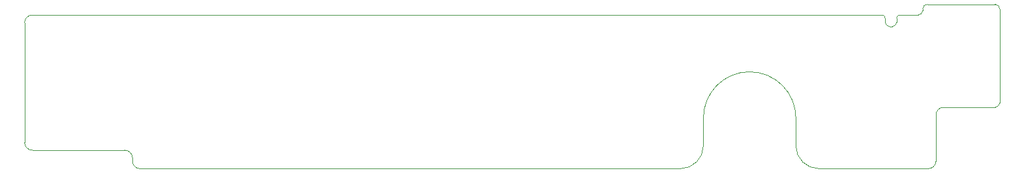
<source format=gm1>
G04 #@! TF.GenerationSoftware,KiCad,Pcbnew,8.0.3*
G04 #@! TF.CreationDate,2024-08-28T21:52:25+01:00*
G04 #@! TF.ProjectId,Seeed,53656565-642e-46b6-9963-61645f706362,rev?*
G04 #@! TF.SameCoordinates,Original*
G04 #@! TF.FileFunction,Profile,NP*
%FSLAX46Y46*%
G04 Gerber Fmt 4.6, Leading zero omitted, Abs format (unit mm)*
G04 Created by KiCad (PCBNEW 8.0.3) date 2024-08-28 21:52:25*
%MOMM*%
%LPD*%
G01*
G04 APERTURE LIST*
G04 #@! TA.AperFunction,Profile*
%ADD10C,0.050000*%
G04 #@! TD*
G04 APERTURE END LIST*
D10*
X121000000Y-116713000D02*
G75*
G02*
X120000000Y-115713000I0J1000000D01*
G01*
X119000000Y-114300000D02*
G75*
G02*
X120000000Y-115300000I0J-1000000D01*
G01*
X120000000Y-115713000D02*
X120000000Y-115300000D01*
X194120000Y-113713000D02*
G75*
G02*
X191120000Y-116713000I-3000000J0D01*
G01*
X209120000Y-116713000D02*
G75*
G02*
X206120000Y-113713000I0J3000000D01*
G01*
X224310000Y-115713000D02*
G75*
G02*
X223310000Y-116713000I-1000000J0D01*
G01*
X224310000Y-109720000D02*
G75*
G02*
X225310000Y-108720000I1000000J0D01*
G01*
X200120000Y-104100000D02*
G75*
G02*
X206120000Y-110100000I0J-6000000D01*
G01*
X194120000Y-110100000D02*
G75*
G02*
X200120000Y-104100000I6000000J0D01*
G01*
X223310000Y-116713000D02*
X209120000Y-116713000D01*
X224310000Y-109720000D02*
X224310000Y-115713000D01*
X206120000Y-110100000D02*
X206120000Y-113713000D01*
X194120000Y-110100000D02*
X194120000Y-113713000D01*
X222587800Y-95913000D02*
G75*
G02*
X223187800Y-95313000I600000J0D01*
G01*
X219610432Y-96710432D02*
X221987800Y-96713000D01*
X121000000Y-116713000D02*
X191120000Y-116713000D01*
X231987800Y-108720000D02*
X225310000Y-108720000D01*
X106000000Y-113300000D02*
X106000000Y-97713000D01*
X218310000Y-98210000D02*
X218610000Y-98210000D01*
X178800000Y-96713000D02*
X217309969Y-96710031D01*
X106000000Y-97713000D02*
G75*
G02*
X107000000Y-96713000I1000000J0D01*
G01*
X219210000Y-97610000D02*
G75*
G02*
X218610000Y-98210000I-600000J0D01*
G01*
X218310000Y-98210000D02*
G75*
G02*
X217710000Y-97610000I0J600000D01*
G01*
X222587800Y-96113000D02*
X222587800Y-95913000D01*
X219210000Y-97610000D02*
X219210000Y-97110432D01*
X232587800Y-95913000D02*
X232587800Y-108120000D01*
X219210000Y-97110432D02*
G75*
G02*
X219610432Y-96710400I400000J32D01*
G01*
X231987800Y-95313000D02*
G75*
G02*
X232587800Y-95913000I0J-600000D01*
G01*
X107000000Y-114300000D02*
G75*
G02*
X106000000Y-113300000I0J1000000D01*
G01*
X217309969Y-96710031D02*
G75*
G02*
X217709969Y-97110031I31J-399969D01*
G01*
X222587800Y-96113000D02*
G75*
G02*
X221987800Y-96713000I-600000J0D01*
G01*
X119000000Y-114300000D02*
X107000000Y-114300000D01*
X223187800Y-95313000D02*
X231987800Y-95313000D01*
X217710000Y-97110031D02*
X217710000Y-97610000D01*
X107000000Y-96713000D02*
X178800000Y-96713000D01*
X232587800Y-108120000D02*
G75*
G02*
X231987800Y-108720000I-600000J0D01*
G01*
M02*

</source>
